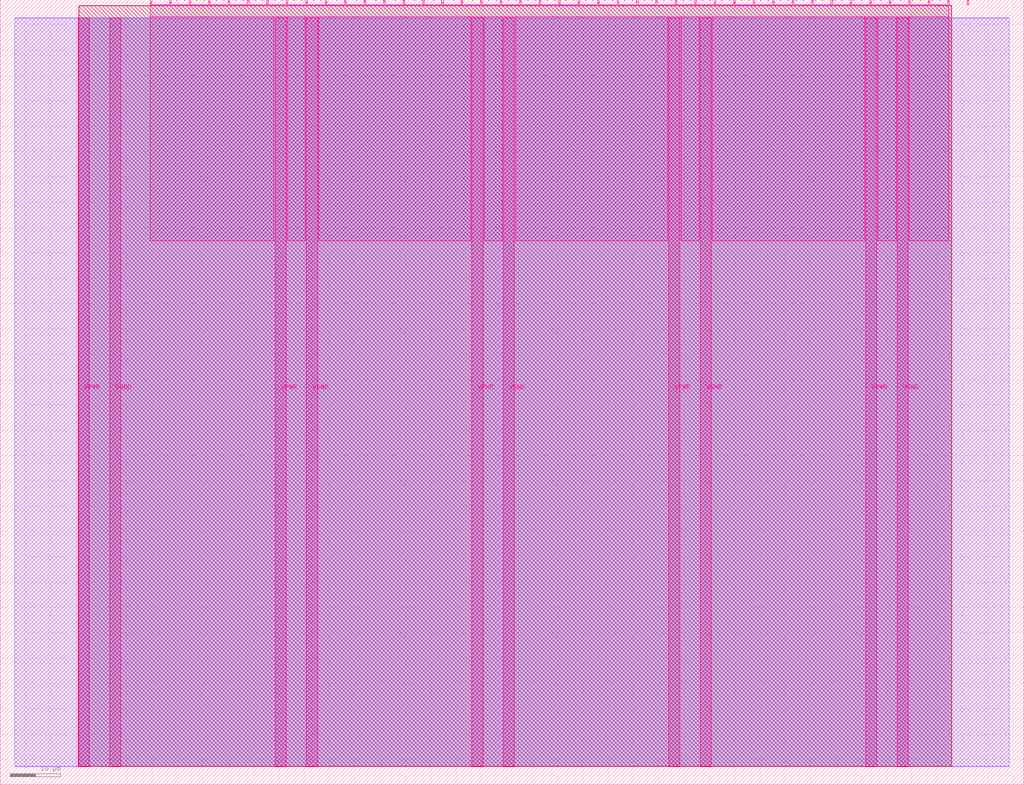
<source format=lef>
VERSION 5.7 ;
  NOWIREEXTENSIONATPIN ON ;
  DIVIDERCHAR "/" ;
  BUSBITCHARS "[]" ;
MACRO tt_um_lif_network_MR
  CLASS BLOCK ;
  FOREIGN tt_um_lif_network_MR ;
  ORIGIN 0.000 0.000 ;
  SIZE 202.080 BY 154.980 ;
  PIN VGND
    DIRECTION INOUT ;
    USE GROUND ;
    PORT
      LAYER Metal5 ;
        RECT 21.580 3.560 23.780 151.420 ;
    END
    PORT
      LAYER Metal5 ;
        RECT 60.450 3.560 62.650 151.420 ;
    END
    PORT
      LAYER Metal5 ;
        RECT 99.320 3.560 101.520 151.420 ;
    END
    PORT
      LAYER Metal5 ;
        RECT 138.190 3.560 140.390 151.420 ;
    END
    PORT
      LAYER Metal5 ;
        RECT 177.060 3.560 179.260 151.420 ;
    END
  END VGND
  PIN VPWR
    DIRECTION INOUT ;
    USE POWER ;
    PORT
      LAYER Metal5 ;
        RECT 15.380 3.560 17.580 151.420 ;
    END
    PORT
      LAYER Metal5 ;
        RECT 54.250 3.560 56.450 151.420 ;
    END
    PORT
      LAYER Metal5 ;
        RECT 93.120 3.560 95.320 151.420 ;
    END
    PORT
      LAYER Metal5 ;
        RECT 131.990 3.560 134.190 151.420 ;
    END
    PORT
      LAYER Metal5 ;
        RECT 170.860 3.560 173.060 151.420 ;
    END
  END VPWR
  PIN clk
    DIRECTION INPUT ;
    USE SIGNAL ;
    ANTENNAGATEAREA 0.213200 ;
    PORT
      LAYER Metal5 ;
        RECT 187.050 153.980 187.350 154.980 ;
    END
  END clk
  PIN ena
    DIRECTION INPUT ;
    USE SIGNAL ;
    PORT
      LAYER Metal5 ;
        RECT 190.890 153.980 191.190 154.980 ;
    END
  END ena
  PIN rst_n
    DIRECTION INPUT ;
    USE SIGNAL ;
    ANTENNAGATEAREA 0.213200 ;
    PORT
      LAYER Metal5 ;
        RECT 183.210 153.980 183.510 154.980 ;
    END
  END rst_n
  PIN ui_in[0]
    DIRECTION INPUT ;
    USE SIGNAL ;
    ANTENNAGATEAREA 0.180700 ;
    PORT
      LAYER Metal5 ;
        RECT 179.370 153.980 179.670 154.980 ;
    END
  END ui_in[0]
  PIN ui_in[1]
    DIRECTION INPUT ;
    USE SIGNAL ;
    ANTENNAGATEAREA 0.180700 ;
    PORT
      LAYER Metal5 ;
        RECT 175.530 153.980 175.830 154.980 ;
    END
  END ui_in[1]
  PIN ui_in[2]
    DIRECTION INPUT ;
    USE SIGNAL ;
    ANTENNAGATEAREA 0.180700 ;
    PORT
      LAYER Metal5 ;
        RECT 171.690 153.980 171.990 154.980 ;
    END
  END ui_in[2]
  PIN ui_in[3]
    DIRECTION INPUT ;
    USE SIGNAL ;
    ANTENNAGATEAREA 0.180700 ;
    PORT
      LAYER Metal5 ;
        RECT 167.850 153.980 168.150 154.980 ;
    END
  END ui_in[3]
  PIN ui_in[4]
    DIRECTION INPUT ;
    USE SIGNAL ;
    ANTENNAGATEAREA 0.180700 ;
    PORT
      LAYER Metal5 ;
        RECT 164.010 153.980 164.310 154.980 ;
    END
  END ui_in[4]
  PIN ui_in[5]
    DIRECTION INPUT ;
    USE SIGNAL ;
    ANTENNAGATEAREA 0.180700 ;
    PORT
      LAYER Metal5 ;
        RECT 160.170 153.980 160.470 154.980 ;
    END
  END ui_in[5]
  PIN ui_in[6]
    DIRECTION INPUT ;
    USE SIGNAL ;
    ANTENNAGATEAREA 0.180700 ;
    PORT
      LAYER Metal5 ;
        RECT 156.330 153.980 156.630 154.980 ;
    END
  END ui_in[6]
  PIN ui_in[7]
    DIRECTION INPUT ;
    USE SIGNAL ;
    ANTENNAGATEAREA 0.180700 ;
    PORT
      LAYER Metal5 ;
        RECT 152.490 153.980 152.790 154.980 ;
    END
  END ui_in[7]
  PIN uio_in[0]
    DIRECTION INPUT ;
    USE SIGNAL ;
    ANTENNAGATEAREA 0.180700 ;
    PORT
      LAYER Metal5 ;
        RECT 148.650 153.980 148.950 154.980 ;
    END
  END uio_in[0]
  PIN uio_in[1]
    DIRECTION INPUT ;
    USE SIGNAL ;
    ANTENNAGATEAREA 0.180700 ;
    PORT
      LAYER Metal5 ;
        RECT 144.810 153.980 145.110 154.980 ;
    END
  END uio_in[1]
  PIN uio_in[2]
    DIRECTION INPUT ;
    USE SIGNAL ;
    ANTENNAGATEAREA 0.180700 ;
    PORT
      LAYER Metal5 ;
        RECT 140.970 153.980 141.270 154.980 ;
    END
  END uio_in[2]
  PIN uio_in[3]
    DIRECTION INPUT ;
    USE SIGNAL ;
    ANTENNAGATEAREA 0.180700 ;
    PORT
      LAYER Metal5 ;
        RECT 137.130 153.980 137.430 154.980 ;
    END
  END uio_in[3]
  PIN uio_in[4]
    DIRECTION INPUT ;
    USE SIGNAL ;
    PORT
      LAYER Metal5 ;
        RECT 133.290 153.980 133.590 154.980 ;
    END
  END uio_in[4]
  PIN uio_in[5]
    DIRECTION INPUT ;
    USE SIGNAL ;
    PORT
      LAYER Metal5 ;
        RECT 129.450 153.980 129.750 154.980 ;
    END
  END uio_in[5]
  PIN uio_in[6]
    DIRECTION INPUT ;
    USE SIGNAL ;
    PORT
      LAYER Metal5 ;
        RECT 125.610 153.980 125.910 154.980 ;
    END
  END uio_in[6]
  PIN uio_in[7]
    DIRECTION INPUT ;
    USE SIGNAL ;
    PORT
      LAYER Metal5 ;
        RECT 121.770 153.980 122.070 154.980 ;
    END
  END uio_in[7]
  PIN uio_oe[0]
    DIRECTION OUTPUT ;
    USE SIGNAL ;
    ANTENNADIFFAREA 0.299200 ;
    PORT
      LAYER Metal5 ;
        RECT 56.490 153.980 56.790 154.980 ;
    END
  END uio_oe[0]
  PIN uio_oe[1]
    DIRECTION OUTPUT ;
    USE SIGNAL ;
    ANTENNADIFFAREA 0.299200 ;
    PORT
      LAYER Metal5 ;
        RECT 52.650 153.980 52.950 154.980 ;
    END
  END uio_oe[1]
  PIN uio_oe[2]
    DIRECTION OUTPUT ;
    USE SIGNAL ;
    ANTENNADIFFAREA 0.299200 ;
    PORT
      LAYER Metal5 ;
        RECT 48.810 153.980 49.110 154.980 ;
    END
  END uio_oe[2]
  PIN uio_oe[3]
    DIRECTION OUTPUT ;
    USE SIGNAL ;
    ANTENNADIFFAREA 0.299200 ;
    PORT
      LAYER Metal5 ;
        RECT 44.970 153.980 45.270 154.980 ;
    END
  END uio_oe[3]
  PIN uio_oe[4]
    DIRECTION OUTPUT ;
    USE SIGNAL ;
    ANTENNADIFFAREA 0.392700 ;
    PORT
      LAYER Metal5 ;
        RECT 41.130 153.980 41.430 154.980 ;
    END
  END uio_oe[4]
  PIN uio_oe[5]
    DIRECTION OUTPUT ;
    USE SIGNAL ;
    ANTENNADIFFAREA 0.392700 ;
    PORT
      LAYER Metal5 ;
        RECT 37.290 153.980 37.590 154.980 ;
    END
  END uio_oe[5]
  PIN uio_oe[6]
    DIRECTION OUTPUT ;
    USE SIGNAL ;
    ANTENNADIFFAREA 0.392700 ;
    PORT
      LAYER Metal5 ;
        RECT 33.450 153.980 33.750 154.980 ;
    END
  END uio_oe[6]
  PIN uio_oe[7]
    DIRECTION OUTPUT ;
    USE SIGNAL ;
    ANTENNADIFFAREA 0.392700 ;
    PORT
      LAYER Metal5 ;
        RECT 29.610 153.980 29.910 154.980 ;
    END
  END uio_oe[7]
  PIN uio_out[0]
    DIRECTION OUTPUT ;
    USE SIGNAL ;
    ANTENNADIFFAREA 0.299200 ;
    PORT
      LAYER Metal5 ;
        RECT 87.210 153.980 87.510 154.980 ;
    END
  END uio_out[0]
  PIN uio_out[1]
    DIRECTION OUTPUT ;
    USE SIGNAL ;
    ANTENNADIFFAREA 0.299200 ;
    PORT
      LAYER Metal5 ;
        RECT 83.370 153.980 83.670 154.980 ;
    END
  END uio_out[1]
  PIN uio_out[2]
    DIRECTION OUTPUT ;
    USE SIGNAL ;
    ANTENNADIFFAREA 0.299200 ;
    PORT
      LAYER Metal5 ;
        RECT 79.530 153.980 79.830 154.980 ;
    END
  END uio_out[2]
  PIN uio_out[3]
    DIRECTION OUTPUT ;
    USE SIGNAL ;
    ANTENNADIFFAREA 0.299200 ;
    PORT
      LAYER Metal5 ;
        RECT 75.690 153.980 75.990 154.980 ;
    END
  END uio_out[3]
  PIN uio_out[4]
    DIRECTION OUTPUT ;
    USE SIGNAL ;
    ANTENNADIFFAREA 0.654800 ;
    PORT
      LAYER Metal5 ;
        RECT 71.850 153.980 72.150 154.980 ;
    END
  END uio_out[4]
  PIN uio_out[5]
    DIRECTION OUTPUT ;
    USE SIGNAL ;
    ANTENNADIFFAREA 0.654800 ;
    PORT
      LAYER Metal5 ;
        RECT 68.010 153.980 68.310 154.980 ;
    END
  END uio_out[5]
  PIN uio_out[6]
    DIRECTION OUTPUT ;
    USE SIGNAL ;
    ANTENNADIFFAREA 0.706800 ;
    PORT
      LAYER Metal5 ;
        RECT 64.170 153.980 64.470 154.980 ;
    END
  END uio_out[6]
  PIN uio_out[7]
    DIRECTION OUTPUT ;
    USE SIGNAL ;
    ANTENNADIFFAREA 0.706800 ;
    PORT
      LAYER Metal5 ;
        RECT 60.330 153.980 60.630 154.980 ;
    END
  END uio_out[7]
  PIN uo_out[0]
    DIRECTION OUTPUT ;
    USE SIGNAL ;
    ANTENNADIFFAREA 0.654800 ;
    PORT
      LAYER Metal5 ;
        RECT 117.930 153.980 118.230 154.980 ;
    END
  END uo_out[0]
  PIN uo_out[1]
    DIRECTION OUTPUT ;
    USE SIGNAL ;
    ANTENNADIFFAREA 0.654800 ;
    PORT
      LAYER Metal5 ;
        RECT 114.090 153.980 114.390 154.980 ;
    END
  END uo_out[1]
  PIN uo_out[2]
    DIRECTION OUTPUT ;
    USE SIGNAL ;
    ANTENNADIFFAREA 0.654800 ;
    PORT
      LAYER Metal5 ;
        RECT 110.250 153.980 110.550 154.980 ;
    END
  END uo_out[2]
  PIN uo_out[3]
    DIRECTION OUTPUT ;
    USE SIGNAL ;
    ANTENNADIFFAREA 0.654800 ;
    PORT
      LAYER Metal5 ;
        RECT 106.410 153.980 106.710 154.980 ;
    END
  END uo_out[3]
  PIN uo_out[4]
    DIRECTION OUTPUT ;
    USE SIGNAL ;
    ANTENNADIFFAREA 0.299200 ;
    PORT
      LAYER Metal5 ;
        RECT 102.570 153.980 102.870 154.980 ;
    END
  END uo_out[4]
  PIN uo_out[5]
    DIRECTION OUTPUT ;
    USE SIGNAL ;
    ANTENNADIFFAREA 0.299200 ;
    PORT
      LAYER Metal5 ;
        RECT 98.730 153.980 99.030 154.980 ;
    END
  END uo_out[5]
  PIN uo_out[6]
    DIRECTION OUTPUT ;
    USE SIGNAL ;
    ANTENNADIFFAREA 0.299200 ;
    PORT
      LAYER Metal5 ;
        RECT 94.890 153.980 95.190 154.980 ;
    END
  END uo_out[6]
  PIN uo_out[7]
    DIRECTION OUTPUT ;
    USE SIGNAL ;
    ANTENNADIFFAREA 0.299200 ;
    PORT
      LAYER Metal5 ;
        RECT 91.050 153.980 91.350 154.980 ;
    END
  END uo_out[7]
  OBS
      LAYER GatPoly ;
        RECT 2.880 3.630 199.200 151.350 ;
      LAYER Metal1 ;
        RECT 2.880 3.560 199.200 151.420 ;
      LAYER Metal2 ;
        RECT 15.515 3.680 187.825 151.300 ;
      LAYER Metal3 ;
        RECT 15.560 3.635 187.780 153.865 ;
      LAYER Metal4 ;
        RECT 15.515 3.680 187.825 153.820 ;
      LAYER Metal5 ;
        RECT 30.120 153.770 33.240 153.980 ;
        RECT 33.960 153.770 37.080 153.980 ;
        RECT 37.800 153.770 40.920 153.980 ;
        RECT 41.640 153.770 44.760 153.980 ;
        RECT 45.480 153.770 48.600 153.980 ;
        RECT 49.320 153.770 52.440 153.980 ;
        RECT 53.160 153.770 56.280 153.980 ;
        RECT 57.000 153.770 60.120 153.980 ;
        RECT 60.840 153.770 63.960 153.980 ;
        RECT 64.680 153.770 67.800 153.980 ;
        RECT 68.520 153.770 71.640 153.980 ;
        RECT 72.360 153.770 75.480 153.980 ;
        RECT 76.200 153.770 79.320 153.980 ;
        RECT 80.040 153.770 83.160 153.980 ;
        RECT 83.880 153.770 87.000 153.980 ;
        RECT 87.720 153.770 90.840 153.980 ;
        RECT 91.560 153.770 94.680 153.980 ;
        RECT 95.400 153.770 98.520 153.980 ;
        RECT 99.240 153.770 102.360 153.980 ;
        RECT 103.080 153.770 106.200 153.980 ;
        RECT 106.920 153.770 110.040 153.980 ;
        RECT 110.760 153.770 113.880 153.980 ;
        RECT 114.600 153.770 117.720 153.980 ;
        RECT 118.440 153.770 121.560 153.980 ;
        RECT 122.280 153.770 125.400 153.980 ;
        RECT 126.120 153.770 129.240 153.980 ;
        RECT 129.960 153.770 133.080 153.980 ;
        RECT 133.800 153.770 136.920 153.980 ;
        RECT 137.640 153.770 140.760 153.980 ;
        RECT 141.480 153.770 144.600 153.980 ;
        RECT 145.320 153.770 148.440 153.980 ;
        RECT 149.160 153.770 152.280 153.980 ;
        RECT 153.000 153.770 156.120 153.980 ;
        RECT 156.840 153.770 159.960 153.980 ;
        RECT 160.680 153.770 163.800 153.980 ;
        RECT 164.520 153.770 167.640 153.980 ;
        RECT 168.360 153.770 171.480 153.980 ;
        RECT 172.200 153.770 175.320 153.980 ;
        RECT 176.040 153.770 179.160 153.980 ;
        RECT 179.880 153.770 183.000 153.980 ;
        RECT 183.720 153.770 186.840 153.980 ;
        RECT 29.660 151.630 187.300 153.770 ;
        RECT 29.660 107.375 54.040 151.630 ;
        RECT 56.660 107.375 60.240 151.630 ;
        RECT 62.860 107.375 92.910 151.630 ;
        RECT 95.530 107.375 99.110 151.630 ;
        RECT 101.730 107.375 131.780 151.630 ;
        RECT 134.400 107.375 137.980 151.630 ;
        RECT 140.600 107.375 170.650 151.630 ;
        RECT 173.270 107.375 176.850 151.630 ;
        RECT 179.470 107.375 187.300 151.630 ;
  END
END tt_um_lif_network_MR
END LIBRARY


</source>
